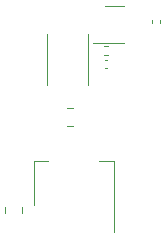
<source format=gbr>
%TF.GenerationSoftware,KiCad,Pcbnew,6.0.11-2627ca5db0~126~ubuntu22.04.1*%
%TF.CreationDate,2023-06-16T17:25:29+02:00*%
%TF.ProjectId,asac-esc-rev-a,61736163-2d65-4736-932d-7265762d612e,rev?*%
%TF.SameCoordinates,Original*%
%TF.FileFunction,Legend,Bot*%
%TF.FilePolarity,Positive*%
%FSLAX46Y46*%
G04 Gerber Fmt 4.6, Leading zero omitted, Abs format (unit mm)*
G04 Created by KiCad (PCBNEW 6.0.11-2627ca5db0~126~ubuntu22.04.1) date 2023-06-16 17:25:29*
%MOMM*%
%LPD*%
G01*
G04 APERTURE LIST*
%ADD10C,0.120000*%
G04 APERTURE END LIST*
D10*
%TO.C,U1*%
X102265000Y-88290000D02*
X103525000Y-88290000D01*
X109085000Y-94300000D02*
X109085000Y-88290000D01*
X102265000Y-92050000D02*
X102265000Y-88290000D01*
X109085000Y-88290000D02*
X107825000Y-88290000D01*
%TO.C,C3*%
X105586252Y-83865000D02*
X105063748Y-83865000D01*
X105586252Y-85335000D02*
X105063748Y-85335000D01*
%TO.C,C10*%
X112265000Y-76632836D02*
X112265000Y-76417164D01*
X112985000Y-76632836D02*
X112985000Y-76417164D01*
%TO.C,R6*%
X108246359Y-78620000D02*
X108553641Y-78620000D01*
X108246359Y-79380000D02*
X108553641Y-79380000D01*
%TO.C,U5*%
X109125000Y-78335000D02*
X109925000Y-78335000D01*
X109125000Y-75215000D02*
X109925000Y-75215000D01*
X109125000Y-78335000D02*
X107325000Y-78335000D01*
X109125000Y-75215000D02*
X108325000Y-75215000D01*
%TO.C,R5*%
X106835000Y-77547936D02*
X106835000Y-81902064D01*
X103415000Y-77547936D02*
X103415000Y-81902064D01*
%TO.C,C1*%
X101285000Y-92711252D02*
X101285000Y-92188748D01*
X99815000Y-92711252D02*
X99815000Y-92188748D01*
%TO.C,C11*%
X108507836Y-79740000D02*
X108292164Y-79740000D01*
X108507836Y-80460000D02*
X108292164Y-80460000D01*
%TD*%
M02*

</source>
